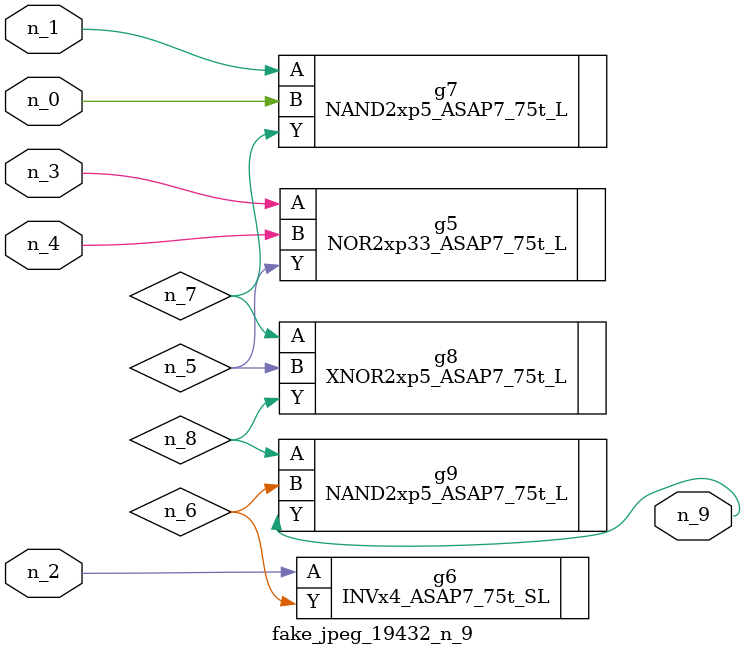
<source format=v>
module fake_jpeg_19432_n_9 (n_3, n_2, n_1, n_0, n_4, n_9);

input n_3;
input n_2;
input n_1;
input n_0;
input n_4;

output n_9;

wire n_8;
wire n_6;
wire n_5;
wire n_7;

NOR2xp33_ASAP7_75t_L g5 ( 
.A(n_3),
.B(n_4),
.Y(n_5)
);

INVx4_ASAP7_75t_SL g6 ( 
.A(n_2),
.Y(n_6)
);

NAND2xp5_ASAP7_75t_L g7 ( 
.A(n_1),
.B(n_0),
.Y(n_7)
);

XNOR2xp5_ASAP7_75t_L g8 ( 
.A(n_7),
.B(n_5),
.Y(n_8)
);

NAND2xp5_ASAP7_75t_L g9 ( 
.A(n_8),
.B(n_6),
.Y(n_9)
);


endmodule
</source>
